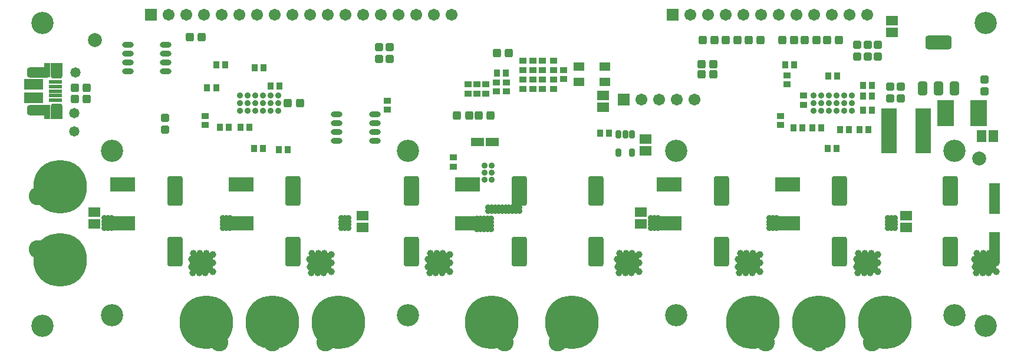
<source format=gbr>
%TF.GenerationSoftware,Altium Limited,Altium Designer,18.1.7 (191)*%
G04 Layer_Color=16711935*
%FSLAX25Y25*%
%MOIN*%
%TF.FileFunction,Soldermask,Bot*%
%TF.Part,Single*%
G01*
G75*
%TA.AperFunction,NonConductor*%
%ADD81R,0.06299X0.17717*%
%TA.AperFunction,SMDPad,CuDef*%
%ADD82R,0.05721X0.06509*%
%ADD83R,0.04147X0.03556*%
%ADD84R,0.09658X0.14580*%
G04:AMPARAMS|DCode=85|XSize=145.8mil|YSize=76.9mil|CornerRadius=12.61mil|HoleSize=0mil|Usage=FLASHONLY|Rotation=180.000|XOffset=0mil|YOffset=0mil|HoleType=Round|Shape=RoundedRectangle|*
%AMROUNDEDRECTD85*
21,1,0.14580,0.05167,0,0,180.0*
21,1,0.12057,0.07690,0,0,180.0*
1,1,0.02522,-0.06029,0.02584*
1,1,0.02522,0.06029,0.02584*
1,1,0.02522,0.06029,-0.02584*
1,1,0.02522,-0.06029,-0.02584*
%
%ADD85ROUNDEDRECTD85*%
G04:AMPARAMS|DCode=86|XSize=51.31mil|YSize=76.9mil|CornerRadius=9.41mil|HoleSize=0mil|Usage=FLASHONLY|Rotation=180.000|XOffset=0mil|YOffset=0mil|HoleType=Round|Shape=RoundedRectangle|*
%AMROUNDEDRECTD86*
21,1,0.05131,0.05807,0,0,180.0*
21,1,0.03248,0.07690,0,0,180.0*
1,1,0.01883,-0.01624,0.02904*
1,1,0.01883,0.01624,0.02904*
1,1,0.01883,0.01624,-0.02904*
1,1,0.01883,-0.01624,-0.02904*
%
%ADD86ROUNDEDRECTD86*%
G04:AMPARAMS|DCode=87|XSize=51.31mil|YSize=76.9mil|CornerRadius=9.41mil|HoleSize=0mil|Usage=FLASHONLY|Rotation=180.000|XOffset=0mil|YOffset=0mil|HoleType=Round|Shape=RoundedRectangle|*
%AMROUNDEDRECTD87*
21,1,0.05131,0.05807,0,0,180.0*
21,1,0.03248,0.07690,0,0,180.0*
1,1,0.01883,-0.01624,0.02904*
1,1,0.01883,0.01624,0.02904*
1,1,0.01883,0.01624,-0.02904*
1,1,0.01883,-0.01624,-0.02904*
%
%ADD87ROUNDEDRECTD87*%
%ADD88R,0.06509X0.05721*%
%TA.AperFunction,FiducialPad,Global*%
%ADD89C,0.07874*%
%TA.AperFunction,SMDPad,CuDef*%
%ADD90R,0.03556X0.04147*%
G04:AMPARAMS|DCode=91|XSize=31.62mil|YSize=47.37mil|CornerRadius=6.95mil|HoleSize=0mil|Usage=FLASHONLY|Rotation=0.000|XOffset=0mil|YOffset=0mil|HoleType=Round|Shape=RoundedRectangle|*
%AMROUNDEDRECTD91*
21,1,0.03162,0.03347,0,0,0.0*
21,1,0.01772,0.04737,0,0,0.0*
1,1,0.01391,0.00886,-0.01673*
1,1,0.01391,-0.00886,-0.01673*
1,1,0.01391,-0.00886,0.01673*
1,1,0.01391,0.00886,0.01673*
%
%ADD91ROUNDEDRECTD91*%
%ADD92R,0.03950X0.03359*%
G04:AMPARAMS|DCode=93|XSize=47.37mil|YSize=43.43mil|CornerRadius=8.43mil|HoleSize=0mil|Usage=FLASHONLY|Rotation=90.000|XOffset=0mil|YOffset=0mil|HoleType=Round|Shape=RoundedRectangle|*
%AMROUNDEDRECTD93*
21,1,0.04737,0.02657,0,0,90.0*
21,1,0.03051,0.04343,0,0,90.0*
1,1,0.01686,0.01329,0.01526*
1,1,0.01686,0.01329,-0.01526*
1,1,0.01686,-0.01329,-0.01526*
1,1,0.01686,-0.01329,0.01526*
%
%ADD93ROUNDEDRECTD93*%
G04:AMPARAMS|DCode=94|XSize=47.37mil|YSize=43.43mil|CornerRadius=8.43mil|HoleSize=0mil|Usage=FLASHONLY|Rotation=180.000|XOffset=0mil|YOffset=0mil|HoleType=Round|Shape=RoundedRectangle|*
%AMROUNDEDRECTD94*
21,1,0.04737,0.02657,0,0,180.0*
21,1,0.03051,0.04343,0,0,180.0*
1,1,0.01686,-0.01526,0.01329*
1,1,0.01686,0.01526,0.01329*
1,1,0.01686,0.01526,-0.01329*
1,1,0.01686,-0.01526,-0.01329*
%
%ADD94ROUNDEDRECTD94*%
G04:AMPARAMS|DCode=95|XSize=86.74mil|YSize=169.42mil|CornerRadius=13.84mil|HoleSize=0mil|Usage=FLASHONLY|Rotation=180.000|XOffset=0mil|YOffset=0mil|HoleType=Round|Shape=RoundedRectangle|*
%AMROUNDEDRECTD95*
21,1,0.08674,0.14173,0,0,180.0*
21,1,0.05906,0.16942,0,0,180.0*
1,1,0.02769,-0.02953,0.07087*
1,1,0.02769,0.02953,0.07087*
1,1,0.02769,0.02953,-0.07087*
1,1,0.02769,-0.02953,-0.07087*
%
%ADD95ROUNDEDRECTD95*%
%ADD96R,0.14383X0.07887*%
%ADD97R,0.07493X0.04737*%
%ADD98R,0.06312X0.04737*%
%ADD99O,0.06509X0.03162*%
%ADD100R,0.08595X0.25288*%
%ADD101R,0.07690X0.02375*%
G04:AMPARAMS|DCode=102|XSize=59.18mil|YSize=94.61mil|CornerRadius=16.8mil|HoleSize=0mil|Usage=FLASHONLY|Rotation=90.000|XOffset=0mil|YOffset=0mil|HoleType=Round|Shape=RoundedRectangle|*
%AMROUNDEDRECTD102*
21,1,0.05918,0.06102,0,0,90.0*
21,1,0.02559,0.09461,0,0,90.0*
1,1,0.03359,0.03051,0.01280*
1,1,0.03359,0.03051,-0.01280*
1,1,0.03359,-0.03051,-0.01280*
1,1,0.03359,-0.03051,0.01280*
%
%ADD102ROUNDEDRECTD102*%
%ADD103R,0.10642X0.06410*%
%ADD104R,0.06548X0.07099*%
%ADD105R,0.03556X0.07985*%
%ADD106C,0.05800*%
%TA.AperFunction,ComponentPad*%
%ADD107C,0.30328*%
%ADD108C,0.12611*%
G04:AMPARAMS|DCode=109|XSize=59.18mil|YSize=94.61mil|CornerRadius=16.8mil|HoleSize=0mil|Usage=FLASHONLY|Rotation=90.000|XOffset=0mil|YOffset=0mil|HoleType=Round|Shape=RoundedRectangle|*
%AMROUNDEDRECTD109*
21,1,0.05918,0.06102,0,0,90.0*
21,1,0.02559,0.09461,0,0,90.0*
1,1,0.03359,0.03051,0.01280*
1,1,0.03359,0.03051,-0.01280*
1,1,0.03359,-0.03051,-0.01280*
1,1,0.03359,-0.03051,0.01280*
%
%ADD109ROUNDEDRECTD109*%
G04:AMPARAMS|DCode=110|XSize=49.34mil|YSize=65.48mil|CornerRadius=14.34mil|HoleSize=0mil|Usage=FLASHONLY|Rotation=90.000|XOffset=0mil|YOffset=0mil|HoleType=Round|Shape=RoundedRectangle|*
%AMROUNDEDRECTD110*
21,1,0.04934,0.03681,0,0,90.0*
21,1,0.02067,0.06548,0,0,90.0*
1,1,0.02867,0.01841,0.01034*
1,1,0.02867,0.01841,-0.01034*
1,1,0.02867,-0.01841,-0.01034*
1,1,0.02867,-0.01841,0.01034*
%
%ADD110ROUNDEDRECTD110*%
%ADD111C,0.06706*%
%ADD112R,0.06706X0.06706*%
%ADD113C,0.10249*%
%TA.AperFunction,ViaPad*%
%ADD114C,0.03556*%
%ADD115C,0.03950*%
G36*
X93307Y55118D02*
X93307Y47638D01*
X95276Y45669D01*
X106299Y45669D01*
Y57087D01*
X98425D01*
X95276Y57086D01*
X93307Y55118D01*
D02*
G37*
G36*
X160236D02*
X160236Y47638D01*
X162205Y45669D01*
X173228Y45669D01*
Y57087D01*
X165354D01*
X162205Y57086D01*
X160236Y55118D01*
D02*
G37*
G36*
X227165Y55118D02*
X227165Y47638D01*
X229134Y45669D01*
X240157Y45669D01*
Y57086D01*
X232283D01*
X229134Y57086D01*
X227165Y55118D01*
D02*
G37*
G36*
X334252Y55118D02*
X334252Y47638D01*
X336221Y45669D01*
X347244Y45669D01*
Y57086D01*
X339370D01*
X336221Y57086D01*
X334252Y55118D01*
D02*
G37*
G36*
X402362Y55118D02*
X402362Y47638D01*
X404331Y45669D01*
X415354Y45669D01*
Y57087D01*
X407480D01*
X404331Y57086D01*
X402362Y55118D01*
D02*
G37*
G36*
X469291D02*
X469291Y47638D01*
X471260Y45669D01*
X482283Y45669D01*
Y57087D01*
X474409D01*
X471260Y57086D01*
X469291Y55118D01*
D02*
G37*
G36*
X536221Y55118D02*
X536220Y47638D01*
X538189Y45669D01*
X549213Y45669D01*
Y57086D01*
X541338D01*
X538189Y57086D01*
X536221Y55118D01*
D02*
G37*
D81*
X548032Y87598D02*
D03*
Y60039D02*
D03*
D82*
X547441Y122835D02*
D03*
X540748D02*
D03*
D83*
X255512Y152165D02*
D03*
Y147047D02*
D03*
X260630Y152165D02*
D03*
Y147047D02*
D03*
X287008Y165551D02*
D03*
Y160433D02*
D03*
X292520Y165551D02*
D03*
Y160433D02*
D03*
X298819Y154921D02*
D03*
Y149803D02*
D03*
X287008Y154921D02*
D03*
Y149803D02*
D03*
X281496Y160433D02*
D03*
Y165551D02*
D03*
X298819D02*
D03*
Y160433D02*
D03*
X281496Y149803D02*
D03*
Y154921D02*
D03*
X292520Y149803D02*
D03*
Y154921D02*
D03*
X304331Y155315D02*
D03*
Y160433D02*
D03*
X272047Y153347D02*
D03*
Y148228D02*
D03*
X440158Y140748D02*
D03*
Y145866D02*
D03*
X430709Y157283D02*
D03*
Y152165D02*
D03*
X427165Y129331D02*
D03*
Y134449D02*
D03*
X250394Y152165D02*
D03*
Y147047D02*
D03*
X101969Y129331D02*
D03*
Y134449D02*
D03*
X266535Y153347D02*
D03*
Y148228D02*
D03*
X242126Y105709D02*
D03*
Y110827D02*
D03*
D84*
X520571Y135827D02*
D03*
X539272D02*
D03*
D85*
X516535Y175984D02*
D03*
D86*
X507480Y150000D02*
D03*
X516535D02*
D03*
D87*
X525591D02*
D03*
D88*
X490158Y188386D02*
D03*
Y181693D02*
D03*
X38976Y80118D02*
D03*
Y73425D02*
D03*
X498031Y78149D02*
D03*
Y71457D02*
D03*
X348031Y80118D02*
D03*
Y73425D02*
D03*
X350787Y114764D02*
D03*
Y121457D02*
D03*
X190945Y78149D02*
D03*
Y71457D02*
D03*
X326772Y145866D02*
D03*
Y139173D02*
D03*
D89*
X539370Y110236D02*
D03*
X39370Y177165D02*
D03*
D90*
X330118Y124803D02*
D03*
X325000D02*
D03*
X266732Y158661D02*
D03*
X271850D02*
D03*
X478937Y151575D02*
D03*
X473819D02*
D03*
X478937Y137795D02*
D03*
X473819D02*
D03*
X478937Y145669D02*
D03*
X473819D02*
D03*
X471850Y126772D02*
D03*
X476968D02*
D03*
X460827D02*
D03*
X465945D02*
D03*
X453740Y116142D02*
D03*
X458858D02*
D03*
X459252Y157087D02*
D03*
X454134D02*
D03*
X445079Y127559D02*
D03*
X450197D02*
D03*
X429724Y163386D02*
D03*
X434842D02*
D03*
X439567Y127559D02*
D03*
X434449D02*
D03*
X143504Y115354D02*
D03*
X148622D02*
D03*
X129331Y116142D02*
D03*
X134449D02*
D03*
X138779Y151181D02*
D03*
X143898D02*
D03*
X134843Y161811D02*
D03*
X129724D02*
D03*
X121850Y127953D02*
D03*
X126969D02*
D03*
X108071Y163386D02*
D03*
X113189D02*
D03*
X115157Y127953D02*
D03*
X110039D02*
D03*
X102953Y150394D02*
D03*
X108071D02*
D03*
D91*
X335630Y113779D02*
D03*
X343110Y124016D02*
D03*
X339370D02*
D03*
X335630D02*
D03*
X343110Y113779D02*
D03*
D92*
X204724Y143012D02*
D03*
Y138091D02*
D03*
D93*
X389173Y163779D02*
D03*
X382480D02*
D03*
X389173Y157874D02*
D03*
X382480D02*
D03*
X453346Y177165D02*
D03*
X460039D02*
D03*
X440748Y177253D02*
D03*
X447441D02*
D03*
X428150Y177165D02*
D03*
X434842D02*
D03*
X415945Y177165D02*
D03*
X409252D02*
D03*
X402953Y177165D02*
D03*
X396260D02*
D03*
X389961Y177165D02*
D03*
X383268D02*
D03*
X273425Y170079D02*
D03*
X266732D02*
D03*
X263189Y134645D02*
D03*
X256496D02*
D03*
X250984Y134646D02*
D03*
X244291D02*
D03*
X148622Y141732D02*
D03*
X155315D02*
D03*
X34843Y144094D02*
D03*
X28150D02*
D03*
X34843Y150394D02*
D03*
X28150D02*
D03*
X99803Y179134D02*
D03*
X93110D02*
D03*
D94*
X200000Y173425D02*
D03*
Y166732D02*
D03*
X206299Y173425D02*
D03*
Y166732D02*
D03*
X79134Y126575D02*
D03*
Y133268D02*
D03*
X495275Y144291D02*
D03*
Y150984D02*
D03*
X488976Y144291D02*
D03*
Y150984D02*
D03*
X482283Y167913D02*
D03*
Y174606D02*
D03*
X476378D02*
D03*
Y167913D02*
D03*
X470472Y174606D02*
D03*
Y167913D02*
D03*
X542520Y148228D02*
D03*
Y154921D02*
D03*
D95*
X393701Y57677D02*
D03*
Y91929D02*
D03*
X151575Y57677D02*
D03*
Y91929D02*
D03*
X523228Y57677D02*
D03*
Y91929D02*
D03*
X279527Y57677D02*
D03*
Y91929D02*
D03*
X322834Y57677D02*
D03*
Y91929D02*
D03*
X460630Y57677D02*
D03*
Y91929D02*
D03*
X218504Y57677D02*
D03*
Y91929D02*
D03*
X84645Y57677D02*
D03*
Y91929D02*
D03*
D96*
X431102Y95571D02*
D03*
Y73721D02*
D03*
X364173Y95571D02*
D03*
Y73721D02*
D03*
X250000Y95571D02*
D03*
Y73721D02*
D03*
X122047Y95571D02*
D03*
Y73721D02*
D03*
X55118Y95571D02*
D03*
Y73721D02*
D03*
D97*
X255709Y119685D02*
D03*
X263976D02*
D03*
D98*
X327953Y162205D02*
D03*
X312992D02*
D03*
X327953Y153543D02*
D03*
X312992D02*
D03*
D99*
X176279Y120453D02*
D03*
Y125453D02*
D03*
Y130453D02*
D03*
Y135453D02*
D03*
X197736Y120453D02*
D03*
Y125453D02*
D03*
Y130453D02*
D03*
Y135453D02*
D03*
X58169Y159823D02*
D03*
Y164823D02*
D03*
Y169823D02*
D03*
X79626Y164823D02*
D03*
Y169823D02*
D03*
Y159823D02*
D03*
X58169Y174823D02*
D03*
X79626D02*
D03*
D100*
X507717Y125984D02*
D03*
X488346D02*
D03*
D101*
X17028Y153543D02*
D03*
Y145866D02*
D03*
Y150984D02*
D03*
Y148425D02*
D03*
Y143307D02*
D03*
D102*
X9351Y159154D02*
D03*
Y137697D02*
D03*
D103*
X4921Y152165D02*
D03*
Y144685D02*
D03*
D104*
X17815Y135827D02*
D03*
Y161024D02*
D03*
D105*
X12598Y136665D02*
D03*
Y160187D02*
D03*
D106*
X27953Y135827D02*
D03*
X28346Y159055D02*
D03*
X27953Y125591D02*
D03*
D107*
X139764Y17717D02*
D03*
X102362D02*
D03*
X177165D02*
D03*
X486221D02*
D03*
X263779Y17717D02*
D03*
X411417Y17717D02*
D03*
X448819D02*
D03*
X309055Y17717D02*
D03*
X19685Y94488D02*
D03*
X19685Y53150D02*
D03*
D108*
X216535Y114567D02*
D03*
X49213D02*
D03*
X9843Y15748D02*
D03*
X216535Y21654D02*
D03*
X525591Y114567D02*
D03*
X543307Y187008D02*
D03*
X525591Y21654D02*
D03*
X49213D02*
D03*
X9843Y187008D02*
D03*
X368110Y114567D02*
D03*
Y21654D02*
D03*
X543307Y15748D02*
D03*
D109*
X5906Y137697D02*
D03*
Y159154D02*
D03*
D110*
X17815Y138878D02*
D03*
Y157972D02*
D03*
D111*
X378583Y143701D02*
D03*
X368583D02*
D03*
X358583D02*
D03*
X348583D02*
D03*
X81260Y191732D02*
D03*
X91260D02*
D03*
X101260D02*
D03*
X111260D02*
D03*
X121260D02*
D03*
X131260D02*
D03*
X141260D02*
D03*
X151260D02*
D03*
X161260D02*
D03*
X171260D02*
D03*
X181260D02*
D03*
X191260D02*
D03*
X201260D02*
D03*
X211260D02*
D03*
X221260D02*
D03*
X231260D02*
D03*
X241260D02*
D03*
X376142D02*
D03*
X386142D02*
D03*
X396142D02*
D03*
X406142D02*
D03*
X416142D02*
D03*
X426142D02*
D03*
X436142D02*
D03*
X446142D02*
D03*
X456142D02*
D03*
X466142D02*
D03*
X476142D02*
D03*
D112*
X338583Y143701D02*
D03*
X71260Y191732D02*
D03*
X366142D02*
D03*
D113*
X418898Y6299D02*
D03*
X448898D02*
D03*
X478898D02*
D03*
X109843D02*
D03*
X139842D02*
D03*
X169843D02*
D03*
X7087Y58976D02*
D03*
Y88976D02*
D03*
X301260Y6299D02*
D03*
X271260D02*
D03*
D114*
X121457Y141732D02*
D03*
Y137401D02*
D03*
X263779Y106299D02*
D03*
Y102362D02*
D03*
X259842Y106299D02*
D03*
Y102362D02*
D03*
X263779Y98425D02*
D03*
X259842D02*
D03*
X147559Y25512D02*
D03*
X150787Y17717D02*
D03*
X139764Y28740D02*
D03*
X147559Y9922D02*
D03*
X139764Y6693D02*
D03*
X131969Y25512D02*
D03*
X128740Y17717D02*
D03*
X131969Y9922D02*
D03*
X110157Y25512D02*
D03*
X113386Y17717D02*
D03*
X102362Y28740D02*
D03*
X110157Y9922D02*
D03*
X102362Y6693D02*
D03*
X94567Y25512D02*
D03*
X91338Y17717D02*
D03*
X94567Y9922D02*
D03*
X184960Y25512D02*
D03*
X188189Y17717D02*
D03*
X177165Y28740D02*
D03*
X184960Y9922D02*
D03*
X177165Y6693D02*
D03*
X169370Y25512D02*
D03*
X166142Y17717D02*
D03*
X169370Y9922D02*
D03*
X494015Y25512D02*
D03*
X497244Y17717D02*
D03*
X486221Y28740D02*
D03*
X494015Y9922D02*
D03*
X486221Y6693D02*
D03*
X478426Y25512D02*
D03*
X475197Y17717D02*
D03*
X478426Y9922D02*
D03*
X271574Y25511D02*
D03*
X274803Y17717D02*
D03*
X263779Y28740D02*
D03*
X271574Y9922D02*
D03*
X263779Y6693D02*
D03*
X255984Y25511D02*
D03*
X252756Y17717D02*
D03*
X255984Y9922D02*
D03*
X419212Y25512D02*
D03*
X422441Y17717D02*
D03*
X411417Y28740D02*
D03*
X419212Y9922D02*
D03*
X411417Y6693D02*
D03*
X403622Y25512D02*
D03*
X400394Y17717D02*
D03*
X403622Y9922D02*
D03*
X456614Y25512D02*
D03*
X459842Y17717D02*
D03*
X448819Y28740D02*
D03*
X456614Y9922D02*
D03*
X448819Y6693D02*
D03*
X441024Y25512D02*
D03*
X437795Y17717D02*
D03*
X441024Y9922D02*
D03*
X316850Y25511D02*
D03*
X320079Y17717D02*
D03*
X309055Y28740D02*
D03*
X316850Y9922D02*
D03*
X309055Y6693D02*
D03*
X301260Y25511D02*
D03*
X298031Y17717D02*
D03*
X301260Y9922D02*
D03*
X27480Y102283D02*
D03*
X30709Y94488D02*
D03*
X19685Y105512D02*
D03*
X27480Y86693D02*
D03*
X19685Y83464D02*
D03*
X11890Y102283D02*
D03*
X8661Y94488D02*
D03*
X11890Y86693D02*
D03*
X27480Y60944D02*
D03*
X30709Y53150D02*
D03*
X19685Y64173D02*
D03*
X27480Y45355D02*
D03*
X19685Y42126D02*
D03*
X11890Y60944D02*
D03*
X8662Y53150D02*
D03*
X11890Y45355D02*
D03*
X261811Y80709D02*
D03*
X271654D02*
D03*
Y82677D02*
D03*
X261811D02*
D03*
X269685D02*
D03*
Y80709D02*
D03*
X279527Y82677D02*
D03*
Y80709D02*
D03*
X277559D02*
D03*
Y82677D02*
D03*
X267717Y80709D02*
D03*
Y82677D02*
D03*
X265748D02*
D03*
Y80709D02*
D03*
X275590Y82677D02*
D03*
Y80709D02*
D03*
X273622D02*
D03*
Y82677D02*
D03*
X263779Y80709D02*
D03*
Y82677D02*
D03*
X355906Y74803D02*
D03*
X353937Y76771D02*
D03*
X257480Y76378D02*
D03*
Y74409D02*
D03*
Y72441D02*
D03*
Y70472D02*
D03*
X259449D02*
D03*
Y72441D02*
D03*
Y74409D02*
D03*
Y76378D02*
D03*
X261417D02*
D03*
Y74409D02*
D03*
Y72441D02*
D03*
Y70472D02*
D03*
X263386D02*
D03*
Y72441D02*
D03*
Y74409D02*
D03*
Y76378D02*
D03*
X255512D02*
D03*
Y74409D02*
D03*
Y72441D02*
D03*
Y70472D02*
D03*
X353937Y70866D02*
D03*
Y72834D02*
D03*
Y74803D02*
D03*
X357874Y76771D02*
D03*
Y74803D02*
D03*
Y72834D02*
D03*
Y70866D02*
D03*
X355906D02*
D03*
Y72834D02*
D03*
Y76771D02*
D03*
X420866Y70866D02*
D03*
Y72834D02*
D03*
Y74803D02*
D03*
Y76771D02*
D03*
X424803D02*
D03*
Y74803D02*
D03*
Y72834D02*
D03*
Y70866D02*
D03*
X422834D02*
D03*
Y72834D02*
D03*
Y74803D02*
D03*
Y76771D02*
D03*
X487795Y70866D02*
D03*
Y72834D02*
D03*
Y74803D02*
D03*
Y76771D02*
D03*
X491732D02*
D03*
Y74803D02*
D03*
Y72834D02*
D03*
Y70866D02*
D03*
X489764D02*
D03*
Y72834D02*
D03*
Y74803D02*
D03*
Y76771D02*
D03*
X180709D02*
D03*
Y74803D02*
D03*
Y72834D02*
D03*
Y70866D02*
D03*
X182677D02*
D03*
Y72834D02*
D03*
Y74803D02*
D03*
Y76771D02*
D03*
X178740D02*
D03*
Y74803D02*
D03*
Y72834D02*
D03*
Y70866D02*
D03*
X113779Y76771D02*
D03*
Y74803D02*
D03*
Y72834D02*
D03*
Y70866D02*
D03*
X115748D02*
D03*
Y72834D02*
D03*
Y74803D02*
D03*
Y76771D02*
D03*
X111811D02*
D03*
Y74803D02*
D03*
Y72834D02*
D03*
Y70866D02*
D03*
X450197Y146063D02*
D03*
X445866D02*
D03*
X454528D02*
D03*
X445866Y137401D02*
D03*
Y141732D02*
D03*
X450197Y137401D02*
D03*
Y141732D02*
D03*
X454528Y137401D02*
D03*
Y141732D02*
D03*
X458858Y137401D02*
D03*
Y141732D02*
D03*
Y146063D02*
D03*
X463189Y137401D02*
D03*
Y141732D02*
D03*
Y146063D02*
D03*
X467520Y137401D02*
D03*
Y141732D02*
D03*
Y146063D02*
D03*
X143110Y141732D02*
D03*
X121457Y146063D02*
D03*
X125787Y137401D02*
D03*
Y141732D02*
D03*
Y146063D02*
D03*
X130118Y137401D02*
D03*
Y141732D02*
D03*
Y146063D02*
D03*
X134449Y137401D02*
D03*
Y141732D02*
D03*
Y146063D02*
D03*
X138779Y137401D02*
D03*
Y141732D02*
D03*
X143110Y137401D02*
D03*
Y146063D02*
D03*
X138779D02*
D03*
X46850Y76771D02*
D03*
X44882D02*
D03*
X46850Y74803D02*
D03*
X44882D02*
D03*
Y72834D02*
D03*
Y70866D02*
D03*
X46850D02*
D03*
X48819D02*
D03*
X46850Y72834D02*
D03*
X48819D02*
D03*
Y76771D02*
D03*
Y74803D02*
D03*
D115*
X240157Y56102D02*
D03*
X236220Y56693D02*
D03*
X240157Y51181D02*
D03*
X237697Y53445D02*
D03*
X234449D02*
D03*
X232677Y56693D02*
D03*
X231102Y53445D02*
D03*
X237795Y48917D02*
D03*
X240157Y46260D02*
D03*
X235827Y45669D02*
D03*
X234547Y48917D02*
D03*
X231201D02*
D03*
X232283Y45669D02*
D03*
X229134Y56693D02*
D03*
X227953Y48917D02*
D03*
X227854Y53445D02*
D03*
X228740Y45669D02*
D03*
X106299Y56102D02*
D03*
X102362Y56693D02*
D03*
X106299Y51181D02*
D03*
X103839Y53445D02*
D03*
X100591D02*
D03*
X98819Y56693D02*
D03*
X97244Y53445D02*
D03*
X103937Y48917D02*
D03*
X106299Y46260D02*
D03*
X101969Y45669D02*
D03*
X100689Y48917D02*
D03*
X97342D02*
D03*
X98425Y45669D02*
D03*
X95276Y56693D02*
D03*
X94095Y48917D02*
D03*
X93996Y53445D02*
D03*
X94882Y45669D02*
D03*
X173228Y56102D02*
D03*
X169291Y56693D02*
D03*
X173228Y51181D02*
D03*
X170768Y53445D02*
D03*
X167520D02*
D03*
X165748Y56693D02*
D03*
X164173Y53445D02*
D03*
X170866Y48917D02*
D03*
X173228Y46260D02*
D03*
X168898Y45669D02*
D03*
X167618Y48917D02*
D03*
X164272D02*
D03*
X165354Y45669D02*
D03*
X162205Y56693D02*
D03*
X161024Y48917D02*
D03*
X160925Y53445D02*
D03*
X161811Y45669D02*
D03*
X482283Y56102D02*
D03*
X478346Y56693D02*
D03*
X482283Y51181D02*
D03*
X479823Y53445D02*
D03*
X476575D02*
D03*
X474803Y56693D02*
D03*
X473228Y53445D02*
D03*
X479921Y48917D02*
D03*
X482283Y46260D02*
D03*
X477953Y45669D02*
D03*
X476673Y48917D02*
D03*
X473327D02*
D03*
X474409Y45669D02*
D03*
X471260Y56693D02*
D03*
X470079Y48917D02*
D03*
X469980Y53445D02*
D03*
X470866Y45669D02*
D03*
X415354Y56102D02*
D03*
X411417Y56693D02*
D03*
X415354Y51181D02*
D03*
X412894Y53445D02*
D03*
X409646D02*
D03*
X407874Y56693D02*
D03*
X406299Y53445D02*
D03*
X412992Y48917D02*
D03*
X415354Y46260D02*
D03*
X411024Y45669D02*
D03*
X409744Y48917D02*
D03*
X406398D02*
D03*
X407480Y45669D02*
D03*
X404331Y56693D02*
D03*
X403150Y48917D02*
D03*
X403051Y53445D02*
D03*
X403937Y45669D02*
D03*
X347244Y56102D02*
D03*
X343307Y56693D02*
D03*
X347244Y51181D02*
D03*
X344783Y53445D02*
D03*
X341535D02*
D03*
X339764Y56693D02*
D03*
X338189Y53445D02*
D03*
X344882Y48917D02*
D03*
X347244Y46260D02*
D03*
X342913Y45669D02*
D03*
X341634Y48917D02*
D03*
X338287D02*
D03*
X339370Y45669D02*
D03*
X336220Y56693D02*
D03*
X335039Y48917D02*
D03*
X334941Y53445D02*
D03*
X335827Y45669D02*
D03*
X549213Y56102D02*
D03*
X545275Y56693D02*
D03*
X549213Y51181D02*
D03*
X546752Y53445D02*
D03*
X543504D02*
D03*
X541732Y56693D02*
D03*
X540157Y53445D02*
D03*
X546850Y48917D02*
D03*
X549213Y46260D02*
D03*
X544882Y45669D02*
D03*
X543602Y48917D02*
D03*
X540256D02*
D03*
X541338Y45669D02*
D03*
X538189Y56693D02*
D03*
X537008Y48917D02*
D03*
X536909Y53445D02*
D03*
X537795Y45669D02*
D03*
%TF.MD5,1460af04d10596eb770e5c99ca22859a*%
M02*

</source>
